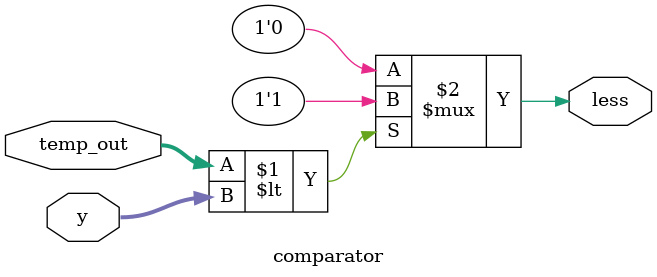
<source format=sv>
`timescale 1ns/1ns
module comparator(input [9:0] temp_out, y, output less);

	assign less = (temp_out < y) ? 1'b1: 1'b0;

endmodule
</source>
